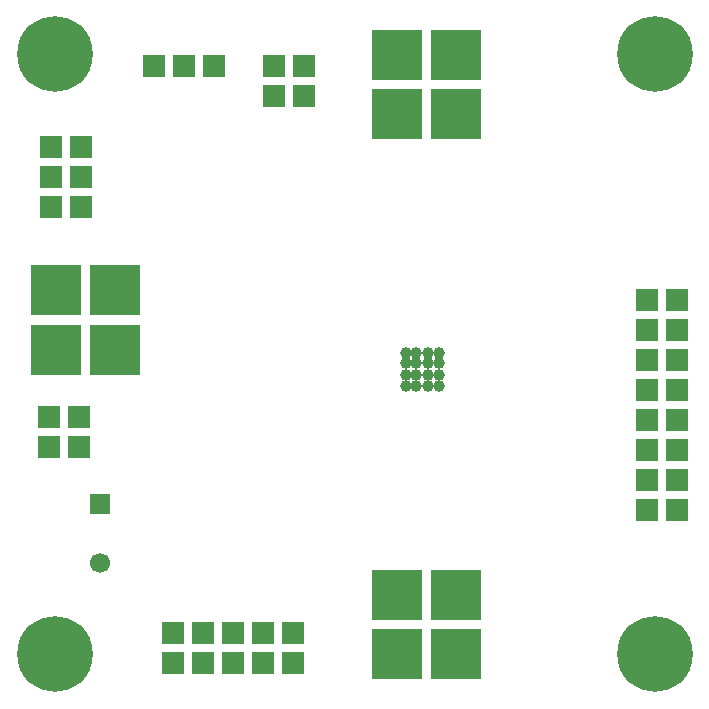
<source format=gbr>
G04 #@! TF.FileFunction,Soldermask,Top*
%FSLAX46Y46*%
G04 Gerber Fmt 4.6, Leading zero omitted, Abs format (unit mm)*
G04 Created by KiCad (PCBNEW 0.201603091917+6614~43~ubuntu15.10.1-product) date Po 14. březen 2016, 12:34:33 CET*
%MOMM*%
G01*
G04 APERTURE LIST*
%ADD10C,0.150000*%
%ADD11R,1.700000X1.700000*%
%ADD12C,1.700000*%
%ADD13R,1.924000X1.924000*%
%ADD14R,4.210000X4.210000*%
%ADD15C,6.400000*%
%ADD16C,1.000000*%
G04 APERTURE END LIST*
D10*
D11*
X105410000Y-132080000D03*
D12*
X105410000Y-137080000D03*
D13*
X101282500Y-101790500D03*
X103822500Y-101790500D03*
X101282500Y-104330500D03*
X103822500Y-104330500D03*
X101282500Y-106870500D03*
X103822500Y-106870500D03*
X103695500Y-127250790D03*
X101155500Y-127250790D03*
X103695500Y-124714000D03*
X101155500Y-124714000D03*
X121793000Y-143002000D03*
X121793000Y-145542000D03*
D14*
X101743500Y-118999000D03*
X106743500Y-118999000D03*
X101743500Y-113919000D03*
X106743500Y-113919000D03*
D13*
X119253000Y-145542000D03*
X119253000Y-143002000D03*
X116713000Y-143002000D03*
X116713000Y-145542000D03*
X114173000Y-143002000D03*
X114173000Y-145542000D03*
X111633000Y-143002000D03*
X111633000Y-145542000D03*
X154305000Y-114808000D03*
X151765000Y-114808000D03*
X154305000Y-117348000D03*
X151765000Y-117348000D03*
X151765000Y-119888000D03*
X154305000Y-119888000D03*
X154305000Y-124968000D03*
X151765000Y-124968000D03*
X154305000Y-122428000D03*
X151765000Y-122428000D03*
D14*
X130556000Y-144780000D03*
X130556000Y-139780000D03*
X135572500Y-144780000D03*
X135572500Y-139780000D03*
D13*
X115125500Y-94932500D03*
X112585500Y-94932500D03*
X110045500Y-94932500D03*
X120205500Y-97472500D03*
X120205500Y-94932500D03*
X154305000Y-130048000D03*
X151765000Y-130048000D03*
X154305000Y-127508000D03*
X151765000Y-127508000D03*
X122745500Y-97472500D03*
X122745500Y-94932500D03*
X154305000Y-132588000D03*
X151765000Y-132588000D03*
D14*
X130556000Y-94060000D03*
X130556000Y-99060000D03*
X135572500Y-94060000D03*
X135572500Y-99060000D03*
D15*
X101600000Y-144780000D03*
X152400000Y-93980000D03*
X152400000Y-144780000D03*
X101600000Y-93980000D03*
D16*
X131315000Y-122050000D03*
X132215000Y-122050000D03*
X133215000Y-122050000D03*
X134115000Y-122050000D03*
X131315000Y-121150000D03*
X132215000Y-121150000D03*
X133215000Y-121150000D03*
X134115000Y-121150000D03*
X131315000Y-120150000D03*
X132215000Y-120150000D03*
X133215000Y-120150000D03*
X134115000Y-120150000D03*
X131315000Y-119250000D03*
X132215000Y-119250000D03*
X133215000Y-119250000D03*
X134115000Y-119250000D03*
M02*

</source>
